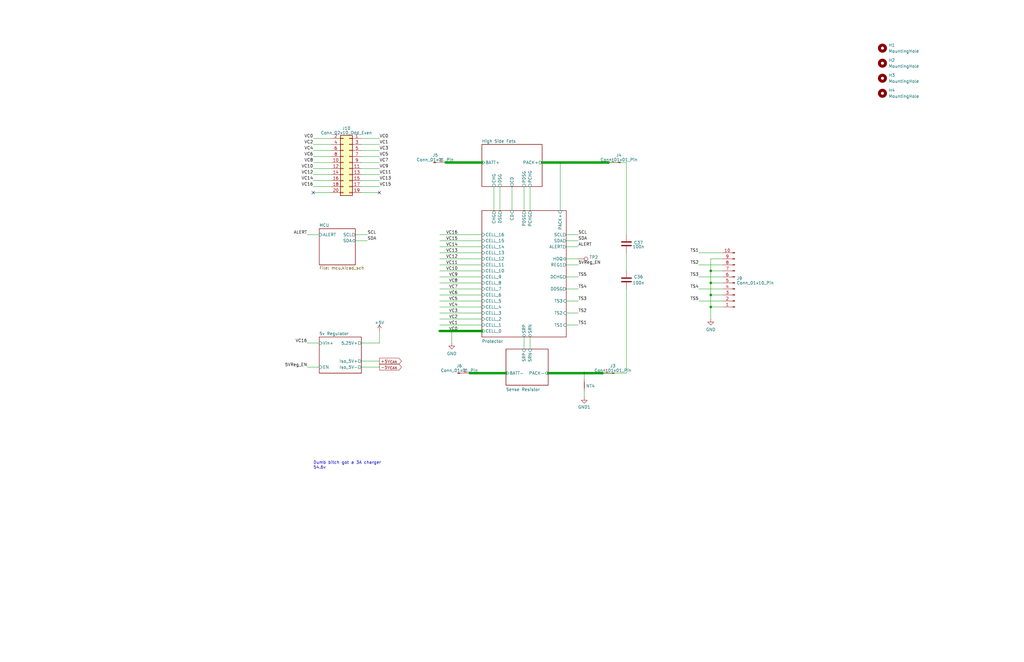
<source format=kicad_sch>
(kicad_sch (version 20230121) (generator eeschema)
  (paper "B")
  (title_block (title "BMS") (date "2022-10-30") (rev "Rev 0") (company "QTech BMS Dept"))
  (lib_symbols
    (symbol "Connector:Conn_01x01_Pin" (pin_names (offset 1.016) hide)
      (property "Reference" "J" (at 0 2.54 0))
      (property "Value" "Conn_01x01_Pin" (at 0 -2.54 0))
      (symbol "Conn_01x01_Pin_1_1"
        (polyline (pts (xy 1.27 0) (xy 0.8636 0)) (stroke (width 0.1524)))
        (rectangle (start 0.8636 0.127) (end 0 -0.127) (stroke (width 0.1524)) (fill (type outline)))
        (pin passive line (at 5.08 0 180) (length 3.81) (name "Pin_1") (number "1"))
      )
    )
    (symbol "Connector:Conn_01x10_Pin" (pin_names (offset 1.016) hide)
      (property "Reference" "J" (at 0 12.7 0))
      (property "Value" "Conn_01x10_Pin" (at 0 -15.24 0))
      (symbol "Conn_01x10_Pin_1_1"
        (polyline (pts (xy 1.27 -12.7) (xy 0.8636 -12.7)) (stroke (width 0.1524)))
        (polyline (pts (xy 1.27 -10.16) (xy 0.8636 -10.16)) (stroke (width 0.1524)))
        (polyline (pts (xy 1.27 -7.62) (xy 0.8636 -7.62)) (stroke (width 0.1524)))
        (polyline (pts (xy 1.27 -5.08) (xy 0.8636 -5.08)) (stroke (width 0.1524)))
        (polyline (pts (xy 1.27 -2.54) (xy 0.8636 -2.54)) (stroke (width 0.1524)))
        (polyline (pts (xy 1.27 0) (xy 0.8636 0)) (stroke (width 0.1524)))
        (polyline (pts (xy 1.27 2.54) (xy 0.8636 2.54)) (stroke (width 0.1524)))
        (polyline (pts (xy 1.27 5.08) (xy 0.8636 5.08)) (stroke (width 0.1524)))
        (polyline (pts (xy 1.27 7.62) (xy 0.8636 7.62)) (stroke (width 0.1524)))
        (polyline (pts (xy 1.27 10.16) (xy 0.8636 10.16)) (stroke (width 0.1524)))
        (rectangle (start 0.8636 -12.573) (end 0 -12.827) (stroke (width 0.1524)) (fill (type outline)))
        (rectangle (start 0.8636 -10.033) (end 0 -10.287) (stroke (width 0.1524)) (fill (type outline)))
        (rectangle (start 0.8636 -7.493) (end 0 -7.747) (stroke (width 0.1524)) (fill (type outline)))
        (rectangle (start 0.8636 -4.953) (end 0 -5.207) (stroke (width 0.1524)) (fill (type outline)))
        (rectangle (start 0.8636 -2.413) (end 0 -2.667) (stroke (width 0.1524)) (fill (type outline)))
        (rectangle (start 0.8636 0.127) (end 0 -0.127) (stroke (width 0.1524)) (fill (type outline)))
        (rectangle (start 0.8636 2.667) (end 0 2.413) (stroke (width 0.1524)) (fill (type outline)))
        (rectangle (start 0.8636 5.207) (end 0 4.953) (stroke (width 0.1524)) (fill (type outline)))
        (rectangle (start 0.8636 7.747) (end 0 7.493) (stroke (width 0.1524)) (fill (type outline)))
        (rectangle (start 0.8636 10.287) (end 0 10.033) (stroke (width 0.1524)) (fill (type outline)))
        (pin passive line (at 5.08 10.16 180) (length 3.81) (name "Pin_1") (number "1"))
        (pin passive line (at 5.08 -12.7 180) (length 3.81) (name "Pin_10") (number "10"))
        (pin passive line (at 5.08 7.62 180) (length 3.81) (name "Pin_2") (number "2"))
        (pin passive line (at 5.08 5.08 180) (length 3.81) (name "Pin_3") (number "3"))
        (pin passive line (at 5.08 2.54 180) (length 3.81) (name "Pin_4") (number "4"))
        (pin passive line (at 5.08 0 180) (length 3.81) (name "Pin_5") (number "5"))
        (pin passive line (at 5.08 -2.54 180) (length 3.81) (name "Pin_6") (number "6"))
        (pin passive line (at 5.08 -5.08 180) (length 3.81) (name "Pin_7") (number "7"))
        (pin passive line (at 5.08 -7.62 180) (length 3.81) (name "Pin_8") (number "8"))
        (pin passive line (at 5.08 -10.16 180) (length 3.81) (name "Pin_9") (number "9"))
      )
    )
    (symbol "Connector:TestPoint" (pin_numbers hide) (pin_names (offset 0.762) hide)
      (property "Reference" "TP" (at 0 6.858 0))
      (property "Value" "TestPoint" (at 0 5.08 0))
      (symbol "TestPoint_0_1"
        (circle (center 0 3.302) (radius 0.762))
      )
      (symbol "TestPoint_1_1"
        (pin passive line (at 0 0 90) (length 2.54) (name "1") (number "1"))
      )
    )
    (symbol "Connector_Generic:Conn_02x10_Odd_Even" (pin_names (offset 1.016) hide)
      (property "Reference" "J" (at 1.27 12.7 0))
      (property "Value" "Conn_02x10_Odd_Even" (at 1.27 -15.24 0))
      (symbol "Conn_02x10_Odd_Even_1_1"
        (rectangle (start -1.27 -12.573) (end 0 -12.827) (stroke (width 0.1524)))
        (rectangle (start -1.27 -10.033) (end 0 -10.287) (stroke (width 0.1524)))
        (rectangle (start -1.27 -7.493) (end 0 -7.747) (stroke (width 0.1524)))
        (rectangle (start -1.27 -4.953) (end 0 -5.207) (stroke (width 0.1524)))
        (rectangle (start -1.27 -2.413) (end 0 -2.667) (stroke (width 0.1524)))
        (rectangle (start -1.27 0.127) (end 0 -0.127) (stroke (width 0.1524)))
        (rectangle (start -1.27 2.667) (end 0 2.413) (stroke (width 0.1524)))
        (rectangle (start -1.27 5.207) (end 0 4.953) (stroke (width 0.1524)))
        (rectangle (start -1.27 7.747) (end 0 7.493) (stroke (width 0.1524)))
        (rectangle (start -1.27 10.287) (end 0 10.033) (stroke (width 0.1524)))
        (rectangle (start -1.27 11.43) (end 3.81 -13.97) (stroke (width 0.254)) (fill (type background)))
        (rectangle (start 3.81 -12.573) (end 2.54 -12.827) (stroke (width 0.1524)))
        (rectangle (start 3.81 -10.033) (end 2.54 -10.287) (stroke (width 0.1524)))
        (rectangle (start 3.81 -7.493) (end 2.54 -7.747) (stroke (width 0.1524)))
        (rectangle (start 3.81 -4.953) (end 2.54 -5.207) (stroke (width 0.1524)))
        (rectangle (start 3.81 -2.413) (end 2.54 -2.667) (stroke (width 0.1524)))
        (rectangle (start 3.81 0.127) (end 2.54 -0.127) (stroke (width 0.1524)))
        (rectangle (start 3.81 2.667) (end 2.54 2.413) (stroke (width 0.1524)))
        (rectangle (start 3.81 5.207) (end 2.54 4.953) (stroke (width 0.1524)))
        (rectangle (start 3.81 7.747) (end 2.54 7.493) (stroke (width 0.1524)))
        (rectangle (start 3.81 10.287) (end 2.54 10.033) (stroke (width 0.1524)))
        (pin passive line (at -5.08 10.16 0) (length 3.81) (name "Pin_1") (number "1"))
        (pin passive line (at 7.62 0 180) (length 3.81) (name "Pin_10") (number "10"))
        (pin passive line (at -5.08 -2.54 0) (length 3.81) (name "Pin_11") (number "11"))
        (pin passive line (at 7.62 -2.54 180) (length 3.81) (name "Pin_12") (number "12"))
        (pin passive line (at -5.08 -5.08 0) (length 3.81) (name "Pin_13") (number "13"))
        (pin passive line (at 7.62 -5.08 180) (length 3.81) (name "Pin_14") (number "14"))
        (pin passive line (at -5.08 -7.62 0) (length 3.81) (name "Pin_15") (number "15"))
        (pin passive line (at 7.62 -7.62 180) (length 3.81) (name "Pin_16") (number "16"))
        (pin passive line (at -5.08 -10.16 0) (length 3.81) (name "Pin_17") (number "17"))
        (pin passive line (at 7.62 -10.16 180) (length 3.81) (name "Pin_18") (number "18"))
        (pin passive line (at -5.08 -12.7 0) (length 3.81) (name "Pin_19") (number "19"))
        (pin passive line (at 7.62 10.16 180) (length 3.81) (name "Pin_2") (number "2"))
        (pin passive line (at 7.62 -12.7 180) (length 3.81) (name "Pin_20") (number "20"))
        (pin passive line (at -5.08 7.62 0) (length 3.81) (name "Pin_3") (number "3"))
        (pin passive line (at 7.62 7.62 180) (length 3.81) (name "Pin_4") (number "4"))
        (pin passive line (at -5.08 5.08 0) (length 3.81) (name "Pin_5") (number "5"))
        (pin passive line (at 7.62 5.08 180) (length 3.81) (name "Pin_6") (number "6"))
        (pin passive line (at -5.08 2.54 0) (length 3.81) (name "Pin_7") (number "7"))
        (pin passive line (at 7.62 2.54 180) (length 3.81) (name "Pin_8") (number "8"))
        (pin passive line (at -5.08 0 0) (length 3.81) (name "Pin_9") (number "9"))
      )
    )
    (symbol "Device:C" (pin_numbers hide) (pin_names (offset 0.254))
      (property "Reference" "C" (at 0.635 2.54 0))
      (property "Value" "C" (at 0.635 -2.54 0))
      (symbol "C_0_1"
        (polyline (pts (xy -2.032 -0.762) (xy 2.032 -0.762)) (stroke (width 0.508)))
        (polyline (pts (xy -2.032 0.762) (xy 2.032 0.762)) (stroke (width 0.508)))
      )
      (symbol "C_1_1"
        (pin passive line (at 0 3.81 270) (length 2.794) (name "~") (number "1"))
        (pin passive line (at 0 -3.81 90) (length 2.794) (name "~") (number "2"))
      )
    )
    (symbol "Device:NetTie_2" (pin_numbers hide) (pin_names (offset 0) hide)
      (property "Reference" "NT" (at 0 1.27 0))
      (property "Value" "NetTie_2" (at 0 -1.27 0))
      (symbol "NetTie_2_0_1"
        (polyline (pts (xy -1.27 0) (xy 1.27 0)) (stroke (width 0.254)))
      )
      (symbol "NetTie_2_1_1"
        (pin passive line (at -2.54 0 0) (length 2.54) (name "1") (number "1"))
        (pin passive line (at 2.54 0 180) (length 2.54) (name "2") (number "2"))
      )
    )
    (symbol "Mechanical:MountingHole" (pin_names (offset 1.016))
      (property "Reference" "H" (at 0 5.08 0))
      (property "Value" "MountingHole" (at 0 3.175 0))
      (symbol "MountingHole_0_1"
        (circle (center 0 0) (radius 1.27) (stroke (width 1.27)))
      )
    )
    (symbol "power:+5V" (power) (pin_names (offset 0))
      (property "Value" "+5V" (at 0 3.556 0))
      (symbol "+5V_0_1"
        (polyline (pts (xy -0.762 1.27) (xy 0 2.54)))
        (polyline (pts (xy 0 0) (xy 0 2.54)))
        (polyline (pts (xy 0 2.54) (xy 0.762 1.27)))
      )
      (symbol "+5V_1_1"
        (pin power_in line (at 0 0 90) (length 0) hide (name "+5V") (number "1"))
      )
    )
    (symbol "power:GND" (power) (pin_names (offset 0))
      (property "Value" "GND" (at 0 -3.81 0))
      (symbol "GND_0_1"
        (polyline (pts (xy 0 0) (xy 0 -1.27) (xy 1.27 -1.27) (xy 0 -2.54) (xy -1.27 -1.27) (xy 0 -1.27)))
      )
      (symbol "GND_1_1"
        (pin power_in line (at 0 0 270) (length 0) hide (name "GND") (number "1"))
      )
    )
    (symbol "power:GND1" (power) (pin_names (offset 0))
      (property "Value" "GND1" (at 0 -3.81 0))
      (symbol "GND1_0_1"
        (polyline (pts (xy 0 0) (xy 0 -1.27) (xy 1.27 -1.27) (xy 0 -2.54) (xy -1.27 -1.27) (xy 0 -1.27)))
      )
      (symbol "GND1_1_1"
        (pin power_in line (at 0 0 270) (length 0) hide (name "GND1") (number "1"))
      )
    )
  )
  (junction (at 236.22 68.58))
  (junction (at 299.72 129.54))
  (junction (at 299.72 119.38))
  (junction (at 256.54 68.58))
  (junction (at 254 157.48))
  (junction (at 190.5 139.7))
  (junction (at 299.72 114.3))
  (junction (at 299.72 124.46))
  (junction (at 246.38 157.48))
  (no_connect (at 132.08 81.28))
  (no_connect (at 160.02 81.28))
  (wire (pts (xy 210.82 78.74) (xy 210.82 88.9)))
  (wire (pts (xy 134.62 154.94) (xy 129.54 154.94)))
  (wire (pts (xy 152.4 63.5) (xy 160.02 63.5)))
  (wire (pts (xy 304.8 121.92) (xy 294.64 121.92)))
  (wire (pts (xy 304.8 106.68) (xy 294.64 106.68)))
  (wire (pts (xy 299.72 119.38) (xy 299.72 114.3)))
  (wire (pts (xy 220.98 78.74) (xy 220.98 88.9)))
  (wire (pts (xy 223.52 142.24) (xy 223.52 147.32)))
  (wire (pts (xy 185.42 137.16) (xy 203.2 137.16)))
  (wire (pts (xy 185.42 129.54) (xy 203.2 129.54)))
  (wire (pts (xy 246.38 157.48) (xy 254 157.48)) (stroke (width 1)))
  (wire (pts (xy 185.42 134.62) (xy 203.2 134.62)))
  (wire (pts (xy 185.42 111.76) (xy 203.2 111.76)))
  (wire (pts (xy 160.02 139.7) (xy 160.02 144.78)))
  (wire (pts (xy 129.54 144.78) (xy 134.62 144.78)))
  (wire (pts (xy 246.38 157.48) (xy 246.38 160.02)))
  (wire (pts (xy 152.4 152.4) (xy 160.02 152.4)))
  (wire (pts (xy 238.76 121.92) (xy 243.84 121.92)))
  (wire (pts (xy 132.08 73.66) (xy 139.7 73.66)))
  (wire (pts (xy 185.42 139.7) (xy 190.5 139.7)) (stroke (width 1)))
  (wire (pts (xy 132.08 71.12) (xy 139.7 71.12)))
  (wire (pts (xy 238.76 109.22) (xy 243.84 109.22)))
  (wire (pts (xy 238.76 137.16) (xy 243.84 137.16)))
  (wire (pts (xy 264.16 157.48) (xy 264.16 121.92)))
  (wire (pts (xy 299.72 124.46) (xy 304.8 124.46)))
  (wire (pts (xy 185.42 124.46) (xy 203.2 124.46)))
  (wire (pts (xy 132.08 68.58) (xy 139.7 68.58)))
  (wire (pts (xy 190.5 139.7) (xy 203.2 139.7)) (stroke (width 1)))
  (wire (pts (xy 152.4 154.94) (xy 160.02 154.94)))
  (wire (pts (xy 236.22 68.58) (xy 256.54 68.58)) (stroke (width 1)))
  (wire (pts (xy 149.86 99.06) (xy 154.94 99.06)))
  (wire (pts (xy 185.42 101.6) (xy 203.2 101.6)))
  (wire (pts (xy 187.96 68.58) (xy 203.2 68.58)) (stroke (width 1)))
  (wire (pts (xy 304.8 127) (xy 294.64 127)))
  (wire (pts (xy 231.14 157.48) (xy 246.38 157.48)) (stroke (width 1)))
  (wire (pts (xy 132.08 81.28) (xy 139.7 81.28)))
  (wire (pts (xy 299.72 124.46) (xy 299.72 119.38)))
  (wire (pts (xy 185.42 116.84) (xy 203.2 116.84)))
  (wire (pts (xy 294.6612 111.76) (xy 304.8 111.76)))
  (wire (pts (xy 134.62 99.06) (xy 129.54 99.06)))
  (wire (pts (xy 264.16 68.58) (xy 264.16 99.06)))
  (wire (pts (xy 238.76 104.14) (xy 243.84 104.14)))
  (wire (pts (xy 238.76 116.84) (xy 243.84 116.84)))
  (wire (pts (xy 220.98 142.24) (xy 220.98 147.32)))
  (wire (pts (xy 185.42 109.22) (xy 203.2 109.22)))
  (wire (pts (xy 223.52 78.74) (xy 223.52 88.9)))
  (wire (pts (xy 185.42 127) (xy 203.2 127)))
  (wire (pts (xy 132.08 78.74) (xy 139.7 78.74)))
  (wire (pts (xy 185.42 121.92) (xy 203.2 121.92)))
  (wire (pts (xy 152.4 68.58) (xy 160.02 68.58)))
  (wire (pts (xy 152.4 78.74) (xy 160.02 78.74)))
  (wire (pts (xy 299.72 114.3) (xy 304.8 114.3)))
  (wire (pts (xy 264.16 157.48) (xy 254 157.48)))
  (wire (pts (xy 132.08 60.96) (xy 139.7 60.96)))
  (wire (pts (xy 132.08 76.2) (xy 139.7 76.2)))
  (wire (pts (xy 246.38 165.1) (xy 246.38 167.64)))
  (wire (pts (xy 299.72 134.62) (xy 299.72 129.54)))
  (wire (pts (xy 132.08 58.42) (xy 139.7 58.42)))
  (wire (pts (xy 228.6 68.58) (xy 236.22 68.58)) (stroke (width 1)))
  (wire (pts (xy 299.72 114.3) (xy 299.72 109.22)))
  (wire (pts (xy 238.76 99.06) (xy 243.84 99.06)))
  (wire (pts (xy 304.8 116.84) (xy 294.64 116.84)))
  (wire (pts (xy 132.08 66.04) (xy 139.7 66.04)))
  (wire (pts (xy 132.08 63.5) (xy 139.7 63.5)))
  (wire (pts (xy 264.16 114.3) (xy 264.16 106.68)))
  (wire (pts (xy 152.4 66.04) (xy 160.02 66.04)))
  (wire (pts (xy 299.72 129.54) (xy 304.8 129.54)))
  (wire (pts (xy 238.76 111.76) (xy 243.84 111.76)))
  (wire (pts (xy 185.42 104.14) (xy 203.2 104.14)))
  (wire (pts (xy 198.12 157.48) (xy 213.36 157.48)) (stroke (width 1)))
  (wire (pts (xy 152.4 73.66) (xy 160.02 73.66)))
  (wire (pts (xy 238.76 132.08) (xy 243.84 132.08)))
  (wire (pts (xy 152.4 76.2) (xy 160.02 76.2)))
  (wire (pts (xy 190.5 139.7) (xy 190.5 144.78)))
  (wire (pts (xy 299.72 109.22) (xy 304.8 109.22)))
  (wire (pts (xy 149.86 101.6) (xy 154.94 101.6)))
  (wire (pts (xy 264.16 68.58) (xy 256.54 68.58)))
  (wire (pts (xy 185.42 114.3) (xy 203.2 114.3)))
  (wire (pts (xy 152.4 60.96) (xy 160.02 60.96)))
  (wire (pts (xy 238.76 101.6) (xy 243.84 101.6)))
  (wire (pts (xy 299.72 129.54) (xy 299.72 124.46)))
  (wire (pts (xy 152.4 144.78) (xy 160.02 144.78)))
  (wire (pts (xy 185.42 99.06) (xy 203.2 99.06)))
  (wire (pts (xy 238.76 127) (xy 243.84 127)))
  (wire (pts (xy 251.46 157.48) (xy 254 157.48)))
  (wire (pts (xy 185.42 119.38) (xy 203.2 119.38)))
  (wire (pts (xy 185.42 132.08) (xy 203.2 132.08)))
  (wire (pts (xy 208.28 78.74) (xy 208.28 88.9)))
  (wire (pts (xy 299.72 119.38) (xy 304.8 119.38)))
  (wire (pts (xy 152.4 81.28) (xy 160.02 81.28)))
  (wire (pts (xy 152.4 71.12) (xy 160.02 71.12)))
  (wire (pts (xy 215.9 78.74) (xy 215.9 88.9)))
  (wire (pts (xy 236.22 68.58) (xy 236.22 88.9)))
  (wire (pts (xy 152.4 58.42) (xy 160.02 58.42)))
  (wire (pts (xy 185.42 106.68) (xy 203.2 106.68)))
  (text "Dumb bitch got a 3A charger\n54.6v" (at 132.08 198.12 0) (effects (font (size 1.27 1.27)) (justify left bottom)))
  (label "VC12" (at 132.08 73.66 180))
  (label "SCL" (at 154.94 99.06 0))
  (label "VC7" (at 193.04 121.92 180))
  (label "VC14" (at 132.08 76.2 180))
  (label "VC7" (at 160.02 68.58 0))
  (label "VC14" (at 193.04 104.14 180))
  (label "TS4" (at 243.84 121.92 0))
  (label "VC6" (at 132.08 66.04 180))
  (label "VC10" (at 132.08 71.12 180))
  (label "VC13" (at 193.04 106.68 180))
  (label "VC16" (at 193.04 99.06 180))
  (label "VC5" (at 193.04 127 180))
  (label "VC13" (at 160.02 76.2 0))
  (label "TS5" (at 243.84 116.84 0))
  (label "VC6" (at 193.04 124.46 180))
  (label "ALERT" (at 129.54 99.06 180))
  (label "VC4" (at 132.08 63.5 180))
  (label "TS5" (at 294.64 127 180))
  (label "5VReg_EN" (at 243.84 111.76 0))
  (label "VC15" (at 160.02 78.74 0))
  (label "VC3" (at 160.02 63.5 0))
  (label "VC16" (at 129.54 144.78 180))
  (label "VC5" (at 160.02 66.04 0))
  (label "VC9" (at 193.04 116.84 180))
  (label "VC0" (at 193.04 139.7 180))
  (label "VC0" (at 160.02 58.42 0))
  (label "SDA" (at 243.84 101.6 0))
  (label "VC2" (at 193.04 134.62 180))
  (label "VC1" (at 160.02 60.96 0))
  (label "VC8" (at 132.08 68.58 180))
  (label "5VReg_EN" (at 129.54 154.94 180))
  (label "ALERT" (at 243.84 104.14 0))
  (label "VC9" (at 160.02 71.12 0))
  (label "VC1" (at 193.04 137.16 180))
  (label "VC10" (at 193.04 114.3 180))
  (label "VC16" (at 132.08 78.74 180))
  (label "TS2" (at 243.84 132.08 0))
  (label "VC8" (at 193.04 119.38 180))
  (label "TS3" (at 294.64 116.84 180))
  (label "SCL" (at 243.84 99.06 0))
  (label "TS1" (at 243.84 137.16 0))
  (label "VC2" (at 132.08 60.96 180))
  (label "VC0" (at 132.08 58.42 180))
  (label "TS2" (at 294.6612 111.76 180))
  (label "VC12" (at 193.04 109.22 180))
  (label "SDA" (at 154.94 101.6 0))
  (label "VC4" (at 193.04 129.54 180))
  (label "VC11" (at 160.02 73.66 0))
  (label "TS1" (at 294.64 106.68 180))
  (label "TS4" (at 294.64 121.92 180))
  (label "VC11" (at 193.04 111.76 180))
  (label "TS3" (at 243.84 127 0))
  (label "VC3" (at 193.04 132.08 180))
  (label "VC15" (at 193.04 101.6 180))
  (global_label "-5V_{CAN}" (shape output) (at 160.02 154.94 0) (property "Intersheetrefs" "${INTERSHEET_REFS}" (effects hide)))
  (global_label "+5V_{CAN}" (shape output) (at 160.02 152.4 0) (property "Intersheetrefs" "${INTERSHEET_REFS}" (effects hide)))
  (symbol (lib_id "power:GND") (at 299.72 134.62 0) (unit 1)
    (property "Reference" "#PWR011" (effects hide))
    (property "Value" "GND" (at 299.72 139.0634 0))
  )
  (symbol (lib_id "Connector:Conn_01x01_Pin") (at 261.62 68.58 180) (unit 1)
    (property "Reference" "J4" (at 260.985 65.4939 0))
    (property "Value" "Conn_01x01_Pin" (at 260.985 67.4149 0))
    (property "Footprint" "qtech:WP-BUFU" (effects hide))
    (property "Mouser" "https://www.mouser.com/ProductDetail/Wurth-Elektronik/7461147?qs=lykWx4dhCCFKh%2FOXLICUqQ%3D%3D" (effects hide))
    (property "Part Number" "7461147" (effects hide))
    (property "Rating" "180A" (effects hide))
  )
  (symbol (lib_id "power:+5V") (at 160.02 139.7 0) (unit 1)
    (property "Reference" "#PWR01" (effects hide))
    (property "Value" "+5V" (at 160.02 136.1242 0))
  )
  (symbol (lib_id "Connector:Conn_01x01_Pin") (at 193.04 157.48 0) (unit 1)
    (property "Reference" "J6" (at 193.675 154.3939 0))
    (property "Value" "Conn_01x01_Pin" (at 193.675 156.3149 0))
    (property "Footprint" "qtech:WP-BUFU" (effects hide))
    (property "Mouser" "https://www.mouser.com/ProductDetail/Wurth-Elektronik/7461147?qs=lykWx4dhCCFKh%2FOXLICUqQ%3D%3D" (effects hide))
    (property "Part Number" "7461147" (effects hide))
    (property "Rating" "180A" (effects hide))
  )
  (symbol (lib_id "Connector:Conn_01x10_Pin") (at 309.88 119.38 180) (unit 1)
    (property "Reference" "J9" (at 310.5912 117.4663 0) (effects (justify right)))
    (property "Value" "Conn_01x10_Pin" (at 310.5912 119.3873 0) (effects (justify right)))
    (property "Footprint" "Connector_PinHeader_2.00mm:PinHeader_1x10_P2.00mm_Horizontal" (effects hide))
  )
  (symbol (lib_id "Connector:TestPoint") (at 243.84 109.22 270) (unit 1)
    (property "Reference" "TP2" (at 248.539 108.5763 90) (effects (justify left)))
    (property "Value" "HDQ" (effects hide))
    (property "Footprint" "TestPoint:TestPoint_Pad_D1.5mm" (effects hide))
  )
  (symbol (lib_id "Mechanical:MountingHole") (at 372.11 39.37 0) (unit 1)
    (property "Reference" "H4" (at 374.65 38.1 0) (effects (justify left)))
    (property "Value" "MountingHole" (at 374.65 40.64 0) (effects (justify left)))
    (property "Footprint" "MountingHole:MountingHole_3.2mm_M3_Pad" (effects hide))
  )
  (symbol (lib_id "Connector:Conn_01x01_Pin") (at 182.88 68.58 0) (unit 1)
    (property "Reference" "J5" (at 183.515 65.4939 0))
    (property "Value" "Conn_01x01_Pin" (at 183.515 67.4149 0))
    (property "Footprint" "qtech:WP-BUFU" (effects hide))
    (property "Mouser" "https://www.mouser.com/ProductDetail/Wurth-Elektronik/7461147?qs=lykWx4dhCCFKh%2FOXLICUqQ%3D%3D" (effects hide))
    (property "Part Number" "7461147" (effects hide))
    (property "Rating" "180A" (effects hide))
  )
  (symbol (lib_id "power:GND") (at 190.5 144.78 0) (unit 1)
    (property "Reference" "#PWR02" (effects hide))
    (property "Value" "GND" (at 190.5 149.2234 0))
  )
  (symbol (lib_id "Mechanical:MountingHole") (at 372.11 20.32 0) (unit 1)
    (property "Reference" "H1" (at 374.65 19.05 0) (effects (justify left)))
    (property "Value" "MountingHole" (at 374.65 21.59 0) (effects (justify left)))
    (property "Footprint" "MountingHole:MountingHole_3.2mm_M3_Pad" (effects hide))
  )
  (symbol (lib_id "Device:C") (at 264.16 102.87 180) (unit 1)
    (property "Reference" "C37" (at 269.24 102.3819 0))
    (property "Value" "100n" (at 269.24 104.14 0))
    (property "Footprint" "Capacitor_SMD:C_0603_1608Metric" (effects hide))
    (property "Datasheet" "https://www.mouser.com/datasheet/2/585/MLCC-1837944.pdf" (effects hide))
    (property "Mouser" "https://www.mouser.com/ProductDetail/Samsung-Electro-Mechanics/CL10B104KC8NNNC?qs=sGAEpiMZZMs7ZEmUmaUL04Db8I7WfOR7JJmoHv2C8bjtz8qZ9HJqbw%3D%3D" (effects hide))
    (property "Part Number" "CL10B104KC8NNNC" (effects hide))
    (property "Rating" "100V" (effects hide))
  )
  (symbol (lib_id "Device:NetTie_2") (at 246.38 162.56 270) (unit 1)
    (property "Reference" "NT4" (at 247.142 162.8768 90) (effects (justify left)))
    (property "Value" "NetTie_2" (effects hide))
    (property "Footprint" "NetTie:NetTie-2_SMD_Pad0.5mm" (effects hide))
  )
  (symbol (lib_id "power:GND1") (at 246.38 167.64 0) (unit 1)
    (property "Reference" "#PWR010" (effects hide))
    (property "Value" "GND1" (at 246.38 171.7755 0))
  )
  (symbol (lib_id "Connector:Conn_01x01_Pin") (at 259.08 157.48 180) (unit 1)
    (property "Reference" "J3" (at 258.445 154.3939 0))
    (property "Value" "Conn_01x01_Pin" (at 258.445 156.3149 0))
    (property "Footprint" "qtech:WP-BUFU" (effects hide))
    (property "Mouser" "https://www.mouser.com/ProductDetail/Wurth-Elektronik/7461147?qs=lykWx4dhCCFKh%2FOXLICUqQ%3D%3D" (effects hide))
    (property "Part Number" "7461147" (effects hide))
    (property "Rating" "180A" (effects hide))
  )
  (symbol (lib_id "Device:C") (at 264.16 118.11 180) (unit 1)
    (property "Reference" "C36" (at 269.24 116.84 0))
    (property "Value" "100n" (at 269.24 119.38 0))
    (property "Footprint" "Capacitor_SMD:C_0603_1608Metric" (effects hide))
    (property "Datasheet" "https://www.mouser.com/datasheet/2/585/MLCC-1837944.pdf" (effects hide))
    (property "Mouser" "https://www.mouser.com/ProductDetail/Samsung-Electro-Mechanics/CL10B104KC8NNNC?qs=sGAEpiMZZMs7ZEmUmaUL04Db8I7WfOR7JJmoHv2C8bjtz8qZ9HJqbw%3D%3D" (effects hide))
    (property "Part Number" "CL10B104KC8NNNC" (effects hide))
    (property "Rating" "100V" (effects hide))
  )
  (symbol (lib_id "Mechanical:MountingHole") (at 372.11 33.02 0) (unit 1)
    (property "Reference" "H3" (at 374.65 31.75 0) (effects (justify left)))
    (property "Value" "MountingHole" (at 374.65 34.29 0) (effects (justify left)))
    (property "Footprint" "MountingHole:MountingHole_3.2mm_M3_Pad" (effects hide))
  )
  (symbol (lib_id "Mechanical:MountingHole") (at 372.11 26.67 0) (unit 1)
    (property "Reference" "H2" (at 374.65 25.4 0) (effects (justify left)))
    (property "Value" "MountingHole" (at 374.65 27.94 0) (effects (justify left)))
    (property "Footprint" "MountingHole:MountingHole_3.2mm_M3_Pad" (effects hide))
  )
  (symbol (lib_id "Connector_Generic:Conn_02x10_Odd_Even") (at 147.32 68.58 0) (mirror y) (unit 1)
    (property "Reference" "J10" (at 146.05 54.1401 0))
    (property "Value" "Conn_02x10_Odd_Even" (at 146.05 56.0611 0))
    (property "Footprint" "Connector_PinHeader_2.54mm:PinHeader_2x10_P2.54mm_Horizontal" (effects hide))
  )
  (sheet (at 134.62 96.52) (size 15.24 15.24) (stroke (width 0.1524))
    (property "Sheetname" "MCU" (at 134.62 95.8084 0) (effects (justify left bottom)))
    (property "Sheetfile" "mcu.kicad_sch" (at 134.62 112.3446 0) (effects (justify left top)))
    (pin "SCL" output (at 149.86 99.06 0))
    (pin "SDA" bidirectional (at 149.86 101.6 0))
    (pin "ALERT" input (at 134.62 99.06 180))
  )
  (sheet (at 203.2 60.96) (size 25.4 17.78) (stroke (width 0.1524))
    (property "Sheetname" "High Side Fets" (at 203.2 60.325 0) (effects (justify left bottom)))
    (property "Sheetfile" "high_side.kicad_sch" (effects hide))
    (pin "CHG" input (at 208.28 78.74 270))
    (pin "DSG" input (at 210.82 78.74 270))
    (pin "PACK+" output (at 228.6 68.58 0))
    (pin "BATT+" input (at 203.2 68.58 180))
    (pin "CD" output (at 215.9 78.74 270))
    (pin "PDSG" input (at 220.98 78.74 270))
    (pin "PCHG" input (at 223.52 78.74 270))
  )
  (sheet (at 134.62 142.24) (size 17.78 15.24) (stroke (width 0.1524))
    (property "Sheetname" "5v Regulator" (at 134.62 141.5284 0) (effects (justify left bottom)))
    (property "Sheetfile" "mcu_power.kicad_sch" (effects hide))
    (pin "Vin+" input (at 134.62 144.78 180))
    (pin "EN" input (at 134.62 154.94 180))
    (pin "Iso_5V+" output (at 152.4 152.4 0))
    (pin "Iso_5V-" output (at 152.4 154.94 0))
    (pin "5.25V+" output (at 152.4 144.78 0))
  )
  (sheet (at 213.36 147.32) (size 17.78 15.24) (stroke (width 0.1524))
    (property "Sheetname" "Sense Resistor" (at 213.36 165.1 0) (effects (justify left bottom)))
    (property "Sheetfile" "sense_resistor.kicad_sch" (effects hide))
    (pin "BATT-" input (at 213.36 157.48 180))
    (pin "PACK-" input (at 231.14 157.48 0))
    (pin "SRP" input (at 220.98 147.32 90))
    (pin "SRN" input (at 223.52 147.32 90))
  )
  (sheet (at 203.2 88.9) (size 35.56 53.34) (stroke (width 0.1524))
    (property "Sheetname" "Protector" (at 203.2 144.78 0) (effects (justify left bottom)))
    (property "Sheetfile" "protector.kicad_sch" (effects hide))
    (pin "CHG" output (at 208.28 88.9 90))
    (pin "DSG" output (at 210.82 88.9 90))
    (pin "CELL_0" input (at 203.2 139.7 180))
    (pin "CELL_1" input (at 203.2 137.16 180))
    (pin "CELL_2" input (at 203.2 134.62 180))
    (pin "CELL_3" input (at 203.2 132.08 180))
    (pin "CELL_4" input (at 203.2 129.54 180))
    (pin "CELL_5" input (at 203.2 127 180))
    (pin "SRP" bidirectional (at 220.98 142.24 270))
    (pin "SRN" bidirectional (at 223.52 142.24 270))
    (pin "CELL_6" input (at 203.2 124.46 180))
    (pin "CELL_7" input (at 203.2 121.92 180))
    (pin "TS2" input (at 238.76 132.08 0))
    (pin "TS3" input (at 238.76 127 0))
    (pin "SDA" output (at 238.76 101.6 0))
    (pin "ALERT" output (at 238.76 104.14 0))
    (pin "TS1" input (at 238.76 137.16 0))
    (pin "SCL" output (at 238.76 99.06 0))
    (pin "CELL_15" input (at 203.2 101.6 180))
    (pin "CELL_14" input (at 203.2 104.14 180))
    (pin "CELL_12" input (at 203.2 109.22 180))
    (pin "CELL_13" input (at 203.2 106.68 180))
    (pin "CELL_10" input (at 203.2 114.3 180))
    (pin "CELL_9" input (at 203.2 116.84 180))
    (pin "CELL_8" input (at 203.2 119.38 180))
    (pin "CELL_11" input (at 203.2 111.76 180))
    (pin "HDQ" bidirectional (at 238.76 109.22 0))
    (pin "PACK+" input (at 236.22 88.9 90))
    (pin "PDSG" output (at 220.98 88.9 90))
    (pin "PCHG" output (at 223.52 88.9 90))
    (pin "CELL_16" input (at 203.2 99.06 180))
    (pin "CD" input (at 215.9 88.9 90))
    (pin "DDSG" output (at 238.76 121.92 0))
    (pin "DCHG" output (at 238.76 116.84 0))
    (pin "REG1" output (at 238.76 111.76 0))
  )
)
</source>
